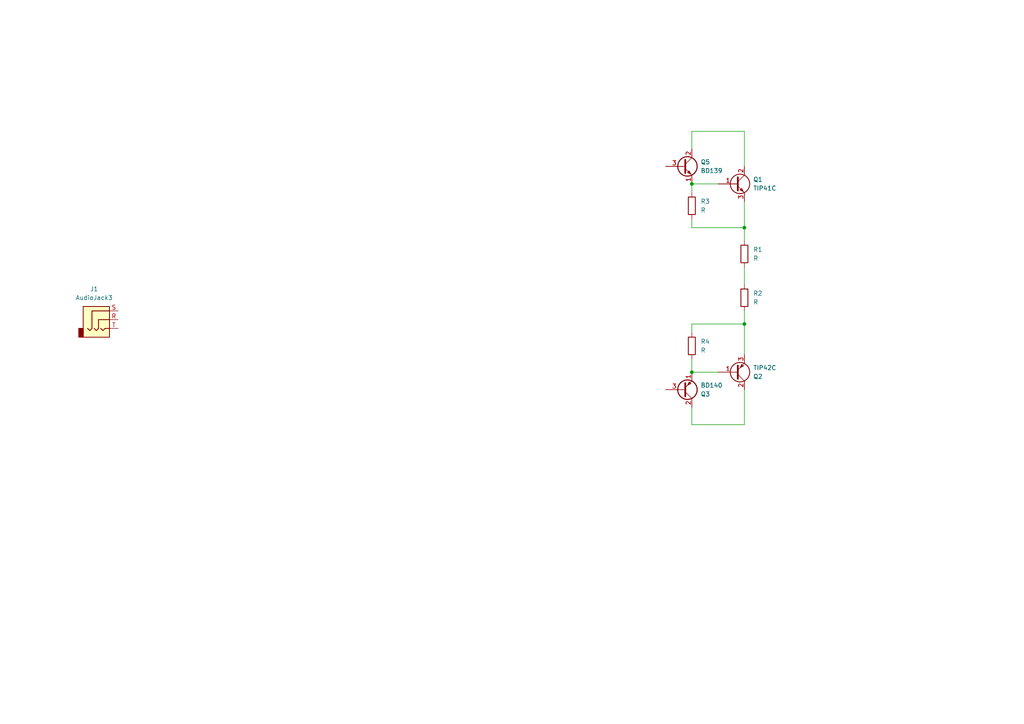
<source format=kicad_sch>
(kicad_sch (version 20231120) (generator "eeschema") (generator_version "8.0")
  (paper "A4")
  (lib_symbols
    (symbol "Connector_Audio:AudioJack3"
      (property "Reference" "J" (at 0 8.89 0))
      (property "Value" "AudioJack3" (at 0 6.35 0))
      (symbol "AudioJack3_0_1"
        (rectangle (start -5.08 -5.08) (end -6.35 -2.54) (stroke (width 0.254)) (fill (type outline)))
        (polyline (pts (xy 0 -2.54) (xy 0.635 -3.175) (xy 1.27 -2.54) (xy 2.54 -2.54)) (stroke (width 0.254)))
        (polyline (pts (xy -1.905 -2.54) (xy -1.27 -3.175) (xy -0.635 -2.54) (xy -0.635 0) (xy 2.54 0)) (stroke (width 0.254)))
        (polyline (pts (xy 2.54 2.54) (xy -2.54 2.54) (xy -2.54 -2.54) (xy -3.175 -3.175) (xy -3.81 -2.54)) (stroke (width 0.254)))
        (rectangle (start 2.54 3.81) (end -5.08 -5.08) (stroke (width 0.254)) (fill (type background)))
      )
      (symbol "AudioJack3_1_1"
        (pin passive line (at 5.08 0 180) (length 2.54) (name "~") (number "R"))
        (pin passive line (at 5.08 2.54 180) (length 2.54) (name "~") (number "S"))
        (pin passive line (at 5.08 -2.54 180) (length 2.54) (name "~") (number "T"))
      )
    )
    (symbol "Device:R" (pin_numbers hide) (pin_names (offset 0))
      (property "Reference" "R" (at 2.032 0 90))
      (property "Value" "R" (at 0 0 90))
      (symbol "R_0_1"
        (rectangle (start -1.016 -2.54) (end 1.016 2.54) (stroke (width 0.254)))
      )
      (symbol "R_1_1"
        (pin passive line (at 0 3.81 270) (length 1.27) (name "~") (number "1"))
        (pin passive line (at 0 -3.81 90) (length 1.27) (name "~") (number "2"))
      )
    )
    (symbol "Transistor_BJT:BD139" (pin_names (offset 0) hide)
      (property "Reference" "Q" (at 5.08 1.905 0))
      (property "Value" "BD139" (at 5.08 0 0))
      (symbol "BD139_0_1"
        (polyline (pts (xy 0 0) (xy 0.635 0)))
        (polyline (pts (xy 2.54 -2.54) (xy 0.635 -0.635)))
        (polyline (pts (xy 2.54 2.54) (xy 0.635 0.635)))
        (polyline (pts (xy 0.635 1.905) (xy 0.635 -1.905) (xy 0.635 -1.905)) (stroke (width 0.508)) (fill (type outline)))
        (polyline (pts (xy 1.2446 -1.778) (xy 1.7526 -1.27) (xy 2.286 -2.286) (xy 1.2446 -1.778) (xy 1.2446 -1.778)) (fill (type outline)))
        (circle (center 1.27 0) (radius 2.8194) (stroke (width 0.3048)))
      )
      (symbol "BD139_1_1"
        (pin passive line (at 2.54 -5.08 90) (length 2.54) (name "E") (number "1"))
        (pin passive line (at 2.54 5.08 270) (length 2.54) (name "C") (number "2"))
        (pin input line (at -5.08 0 0) (length 5.08) (name "B") (number "3"))
      )
    )
    (symbol "Transistor_BJT:BD140" (pin_names (offset 0) hide)
      (property "Reference" "Q" (at 5.08 1.905 0))
      (property "Value" "BD140" (at 5.08 0 0))
      (symbol "BD140_0_1"
        (polyline (pts (xy 0 0) (xy 0.635 0)))
        (polyline (pts (xy 2.54 -2.54) (xy 0.635 -0.635)))
        (polyline (pts (xy 2.54 2.54) (xy 0.635 0.635)))
        (polyline (pts (xy 0.635 1.905) (xy 0.635 -1.905) (xy 0.635 -1.905)) (stroke (width 0.508)) (fill (type outline)))
        (polyline (pts (xy 1.778 -2.286) (xy 2.286 -1.778) (xy 1.27 -1.27) (xy 1.778 -2.286) (xy 1.778 -2.286)) (fill (type outline)))
        (circle (center 1.27 0) (radius 2.8194) (stroke (width 0.3048)))
      )
      (symbol "BD140_1_1"
        (pin passive line (at 2.54 -5.08 90) (length 2.54) (name "E") (number "1"))
        (pin passive line (at 2.54 5.08 270) (length 2.54) (name "C") (number "2"))
        (pin input line (at -5.08 0 0) (length 5.08) (name "B") (number "3"))
      )
    )
    (symbol "Transistor_BJT:TIP41C" (pin_names (offset 0) hide)
      (property "Reference" "Q" (at 6.35 1.905 0))
      (property "Value" "TIP41C" (at 6.35 0 0))
      (symbol "TIP41C_0_1"
        (polyline (pts (xy 0.635 0.635) (xy 2.54 2.54)))
        (polyline (pts (xy 0.635 -0.635) (xy 2.54 -2.54) (xy 2.54 -2.54)))
        (polyline (pts (xy 0.635 1.905) (xy 0.635 -1.905) (xy 0.635 -1.905)) (stroke (width 0.508)))
        (polyline (pts (xy 1.27 -1.778) (xy 1.778 -1.27) (xy 2.286 -2.286) (xy 1.27 -1.778) (xy 1.27 -1.778)) (fill (type outline)))
        (circle (center 1.27 0) (radius 2.8194) (stroke (width 0.254)))
      )
      (symbol "TIP41C_1_1"
        (pin input line (at -5.08 0 0) (length 5.715) (name "B") (number "1"))
        (pin passive line (at 2.54 5.08 270) (length 2.54) (name "C") (number "2"))
        (pin passive line (at 2.54 -5.08 90) (length 2.54) (name "E") (number "3"))
      )
    )
    (symbol "Transistor_BJT:TIP42C" (pin_names (offset 0) hide)
      (property "Reference" "Q" (at 6.35 1.905 0))
      (property "Value" "TIP42C" (at 6.35 0 0))
      (symbol "TIP42C_0_1"
        (polyline (pts (xy 0.635 0.635) (xy 2.54 2.54)))
        (polyline (pts (xy 0.635 -0.635) (xy 2.54 -2.54) (xy 2.54 -2.54)))
        (polyline (pts (xy 0.635 1.905) (xy 0.635 -1.905) (xy 0.635 -1.905)) (stroke (width 0.508)))
        (polyline (pts (xy 2.286 -1.778) (xy 1.778 -2.286) (xy 1.27 -1.27) (xy 2.286 -1.778) (xy 2.286 -1.778)) (fill (type outline)))
        (circle (center 1.27 0) (radius 2.8194) (stroke (width 0.254)))
      )
      (symbol "TIP42C_1_1"
        (pin input line (at -5.08 0 0) (length 5.715) (name "B") (number "1"))
        (pin passive line (at 2.54 5.08 270) (length 2.54) (name "C") (number "2"))
        (pin passive line (at 2.54 -5.08 90) (length 2.54) (name "E") (number "3"))
      )
    )
  )
  (junction (at 200.66 107.95))
  (junction (at 200.66 53.34))
  (junction (at 215.9 93.98))
  (junction (at 215.9 66.04))
  (wire (pts (xy 215.9 77.47) (xy 215.9 82.55)))
  (wire (pts (xy 200.66 104.14) (xy 200.66 107.95)))
  (wire (pts (xy 200.66 93.98) (xy 215.9 93.98)))
  (wire (pts (xy 215.9 58.42) (xy 215.9 66.04)))
  (wire (pts (xy 215.9 38.1) (xy 200.66 38.1)))
  (wire (pts (xy 215.9 90.17) (xy 215.9 93.98)))
  (wire (pts (xy 200.66 118.11) (xy 200.66 123.19)))
  (wire (pts (xy 200.66 53.34) (xy 208.28 53.34)))
  (wire (pts (xy 200.66 66.04) (xy 215.9 66.04)))
  (wire (pts (xy 215.9 66.04) (xy 215.9 69.85)))
  (wire (pts (xy 200.66 107.95) (xy 208.28 107.95)))
  (wire (pts (xy 215.9 93.98) (xy 215.9 102.87)))
  (wire (pts (xy 200.66 53.34) (xy 200.66 55.88)))
  (wire (pts (xy 200.66 123.19) (xy 215.9 123.19)))
  (wire (pts (xy 200.66 96.52) (xy 200.66 93.98)))
  (wire (pts (xy 200.66 63.5) (xy 200.66 66.04)))
  (wire (pts (xy 215.9 113.03) (xy 215.9 123.19)))
  (wire (pts (xy 215.9 48.26) (xy 215.9 38.1)))
  (wire (pts (xy 200.66 38.1) (xy 200.66 43.18)))
  (symbol (lib_id "Device:R") (at 200.66 100.33 0) (unit 1)
    (property "Reference" "R4" (at 203.2 99.0599 0) (effects (justify left)))
    (property "Value" "R" (at 203.2 101.5999 0) (effects (justify left)))
    (property "Description" "Resistor" (effects (hide yes)))
  )
  (symbol (lib_id "Transistor_BJT:BD139") (at 198.12 48.26 0) (unit 1)
    (property "Reference" "Q5" (at 203.2 46.9899 0) (effects (justify left)))
    (property "Value" "BD139" (at 203.2 49.5299 0) (effects (justify left)))
    (property "Footprint" "Package_TO_SOT_THT:TO-126-3_Vertical" (effects (hide yes)))
    (property "Datasheet" "http://www.st.com/internet/com/TECHNICAL_RESOURCES/TECHNICAL_LITERATURE/DATASHEET/CD00001225.pdf" (effects (hide yes)))
    (property "Description" "1.5A Ic, 80V Vce, Low Voltage Transistor, TO-126" (effects (hide yes)))
  )
  (symbol (lib_id "Device:R") (at 215.9 73.66 0) (unit 1)
    (property "Reference" "R1" (at 218.44 72.3899 0) (effects (justify left)))
    (property "Value" "R" (at 218.44 74.9299 0) (effects (justify left)))
    (property "Description" "Resistor" (effects (hide yes)))
  )
  (symbol (lib_id "Device:R") (at 200.66 59.69 0) (unit 1)
    (property "Reference" "R3" (at 203.2 58.4199 0) (effects (justify left)))
    (property "Value" "R" (at 203.2 60.9599 0) (effects (justify left)))
    (property "Description" "Resistor" (effects (hide yes)))
  )
  (symbol (lib_id "Transistor_BJT:TIP41C") (at 213.36 53.34 0) (unit 1)
    (property "Reference" "Q1" (at 218.44 52.0699 0) (effects (justify left)))
    (property "Value" "TIP41C" (at 218.44 54.6099 0) (effects (justify left)))
    (property "Footprint" "Package_TO_SOT_THT:TO-220-3_Vertical" (effects (hide yes)))
    (property "Datasheet" "https://www.centralsemi.com/get_document.php?cmp=1&mergetype=pd&mergepath=pd&pdf_id=tip41.PDF" (effects (hide yes)))
    (property "Description" "6A Ic, 100V Vce, Power NPN Transistor, TO-220" (effects (hide yes)))
  )
  (symbol (lib_id "Connector_Audio:AudioJack3") (at 29.21 92.71 0) (unit 1)
    (property "Reference" "J1" (at 27.305 83.82 0))
    (property "Value" "AudioJack3" (at 27.305 86.36 0))
    (property "Description" "Audio Jack, 3 Poles (Stereo / TRS)" (effects (hide yes)))
  )
  (symbol (lib_id "Device:R") (at 215.9 86.36 0) (unit 1)
    (property "Reference" "R2" (at 218.44 85.0899 0) (effects (justify left)))
    (property "Value" "R" (at 218.44 87.6299 0) (effects (justify left)))
    (property "Description" "Resistor" (effects (hide yes)))
  )
  (symbol (lib_id "Transistor_BJT:BD140") (at 198.12 113.03 0) (mirror x) (unit 1)
    (property "Reference" "Q3" (at 203.2 114.3001 0) (effects (justify left)))
    (property "Value" "BD140" (at 203.2 111.7601 0) (effects (justify left)))
    (property "Footprint" "Package_TO_SOT_THT:TO-126-3_Vertical" (effects (hide yes)))
    (property "Datasheet" "http://www.st.com/internet/com/TECHNICAL_RESOURCES/TECHNICAL_LITERATURE/DATASHEET/CD00001225.pdf" (effects (hide yes)))
    (property "Description" "1.5A Ic, 80V Vce, Low Voltage Transistor, TO-126" (effects (hide yes)))
  )
  (symbol (lib_id "Transistor_BJT:TIP42C") (at 213.36 107.95 0) (mirror x) (unit 1)
    (property "Reference" "Q2" (at 218.44 109.2201 0) (effects (justify left)))
    (property "Value" "TIP42C" (at 218.44 106.6801 0) (effects (justify left)))
    (property "Footprint" "Package_TO_SOT_THT:TO-220-3_Vertical" (effects (hide yes)))
    (property "Datasheet" "https://www.centralsemi.com/get_document.php?cmp=1&mergetype=pd&mergepath=pd&pdf_id=TIP42.PDF" (effects (hide yes)))
    (property "Description" "-6A Ic, -100V Vce, Power PNP Transistor, TO-220" (effects (hide yes)))
  )
)
</source>
